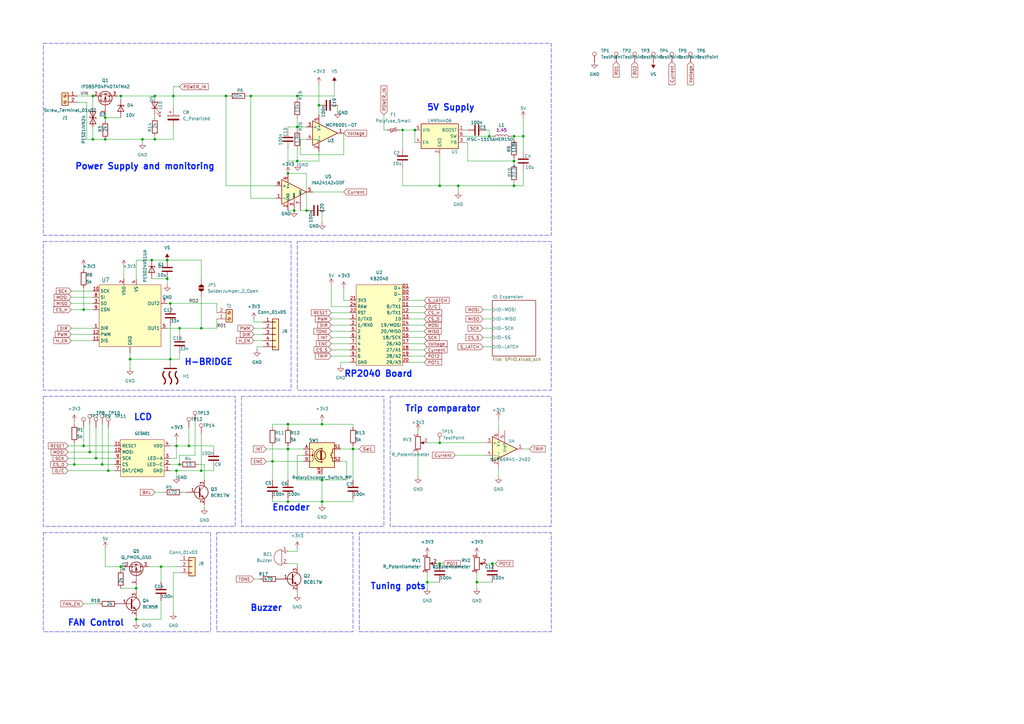
<source format=kicad_sch>
(kicad_sch (version 20250114) (generator "eeschema") (generator_version "9.0")
  (paper "A3")
  (title_block (title "H-PULSE Train Controller") (date "2024-12-29") (rev "G4") (company "Foxhood Designs"))
  (rectangle (start 99.06 162.56) (end 157.48 215.9) (stroke (width 0) (type dash)))
  (rectangle (start 88.9 218.44) (end 144.78 259.08) (stroke (width 0) (type dash)))
  (rectangle (start 17.78 162.56) (end 96.52 215.9) (stroke (width 0) (type dash)))
  (rectangle (start 160.02 162.56) (end 226.06 215.9) (stroke (width 0) (type dash)))
  (rectangle (start 147.32 218.44) (end 226.06 259.08) (stroke (width 0) (type dash)))
  (rectangle (start 17.78 218.44) (end 86.36 259.08) (stroke (width 0) (type dash)))
  (rectangle (start 17.78 17.78) (end 226.06 96.52) (stroke (width 0) (type dash)))
  (rectangle (start 121.92 99.06) (end 226.06 160.02) (stroke (width 0) (type dash)))
  (rectangle (start 17.78 99.06) (end 119.38 160.02) (stroke (width 0) (type dash)))
  (text "H-BRIDGE" (at 85.598 148.59 0) (effects (font (size 2.54 2.54) (thickness 0.508) (bold yes))))
  (text "Tuning pots" (at 163.322 240.538 0) (effects (font (size 2.54 2.54) (thickness 0.508) (bold yes))))
  (text "LCD" (at 58.674 171.196 0) (effects (font (size 2.54 2.54) (thickness 0.508) (bold yes))))
  (text "Buzzer" (at 109.22 249.428 0) (effects (font (size 2.54 2.54) (thickness 0.508) (bold yes))))
  (text "RP2040 Board" (at 155.194 153.416 0) (effects (font (size 2.54 2.54) (thickness 0.508) (bold yes))))
  (text "5V Supply" (at 184.912 44.196 0) (effects (font (size 2.54 2.54) (thickness 0.508) (bold yes))))
  (text "FAN Control" (at 39.37 255.524 0) (effects (font (size 2.54 2.54) (thickness 0.508) (bold yes))))
  (text "Power Supply and monitoring" (at 59.436 68.326 0) (effects (font (size 2.54 2.54) (thickness 0.508) (bold yes))))
  (text "Trip comparator" (at 181.61 167.64 0) (effects (font (size 2.54 2.54) (thickness 0.508) (bold yes))))
  (text "Encoder" (at 119.38 208.28 0) (effects (font (size 2.54 2.54) (thickness 0.508) (bold yes))))
  (junction (at 125.73 86.36))
  (junction (at 92.71 39.37))
  (junction (at 132.08 196.85))
  (junction (at 72.39 182.88))
  (junction (at 102.87 39.37))
  (junction (at 55.88 254))
  (junction (at 118.11 71.12))
  (junction (at 66.04 232.41))
  (junction (at 53.34 147.32))
  (junction (at 120.65 86.36))
  (junction (at 170.18 53.34))
  (junction (at 63.5 39.37))
  (junction (at 195.58 238.76))
  (junction (at 36.83 185.42))
  (junction (at 118.11 205.74))
  (junction (at 118.11 173.99))
  (junction (at 34.29 182.88))
  (junction (at 210.82 76.2))
  (junction (at 68.58 106.68))
  (junction (at 175.26 238.76))
  (junction (at 180.34 76.2))
  (junction (at 201.93 231.14))
  (junction (at 118.11 184.15))
  (junction (at 55.88 241.3))
  (junction (at 130.81 43.18))
  (junction (at 132.08 205.74))
  (junction (at 69.85 147.32))
  (junction (at 49.53 232.41))
  (junction (at 58.42 57.15))
  (junction (at 82.55 193.04))
  (junction (at 68.58 114.3))
  (junction (at 210.82 66.04))
  (junction (at 39.37 187.96))
  (junction (at 71.12 39.37))
  (junction (at 43.18 48.26))
  (junction (at 77.47 182.88))
  (junction (at 187.96 76.2))
  (junction (at 63.5 57.15))
  (junction (at 72.39 193.04))
  (junction (at 214.63 55.88))
  (junction (at 121.92 66.04))
  (junction (at 200.66 55.88))
  (junction (at 34.29 127))
  (junction (at 49.53 39.37))
  (junction (at 82.55 134.62))
  (junction (at 69.85 124.46))
  (junction (at 30.48 190.5))
  (junction (at 38.1 57.15))
  (junction (at 62.23 106.68))
  (junction (at 132.08 173.99))
  (junction (at 180.34 231.14))
  (junction (at 165.1 53.34))
  (junction (at 73.66 134.62))
  (junction (at 73.66 190.5))
  (junction (at 121.92 39.37))
  (junction (at 41.91 190.5))
  (junction (at 121.92 52.07))
  (junction (at 144.78 184.15))
  (junction (at 210.82 55.88))
  (junction (at 180.34 181.61))
  (junction (at 111.76 189.23))
  (junction (at 38.1 39.37))
  (junction (at 43.18 57.15))
  (junction (at 44.45 193.04))
  (wire (pts (xy 43.18 224.79) (xy 43.18 232.41)))
  (wire (pts (xy 55.88 106.68) (xy 55.88 114.3)))
  (wire (pts (xy 118.11 231.14) (xy 121.92 231.14)))
  (wire (pts (xy 167.64 128.27) (xy 173.99 128.27)))
  (wire (pts (xy 66.04 246.38) (xy 66.04 254)))
  (wire (pts (xy 198.12 134.62) (xy 201.93 134.62)))
  (wire (pts (xy 49.53 40.64) (xy 49.53 39.37)))
  (wire (pts (xy 63.5 48.26) (xy 63.5 46.99)))
  (wire (pts (xy 105.41 142.24) (xy 107.95 142.24)))
  (wire (pts (xy 82.55 134.62) (xy 88.9 134.62)))
  (wire (pts (xy 92.71 76.2) (xy 113.03 76.2)))
  (wire (pts (xy 63.5 55.88) (xy 63.5 57.15)))
  (wire (pts (xy 121.92 67.31) (xy 121.92 66.04)))
  (wire (pts (xy 142.24 189.23) (xy 142.24 196.85)))
  (wire (pts (xy 82.55 177.8) (xy 82.55 193.04)))
  (wire (pts (xy 135.89 146.05) (xy 143.51 146.05)))
  (wire (pts (xy 43.18 46.99) (xy 43.18 48.26)))
  (wire (pts (xy 63.5 57.15) (xy 58.42 57.15)))
  (wire (pts (xy 66.04 232.41) (xy 73.66 232.41)))
  (wire (pts (xy 77.47 182.88) (xy 87.63 182.88)))
  (wire (pts (xy 135.89 140.97) (xy 143.51 140.97)))
  (wire (pts (xy 132.08 91.44) (xy 132.08 86.36)))
  (wire (pts (xy 41.91 190.5) (xy 46.99 190.5)))
  (wire (pts (xy 167.64 143.51) (xy 173.99 143.51)))
  (wire (pts (xy 140.97 118.11) (xy 140.97 123.19)))
  (wire (pts (xy 191.77 66.04) (xy 210.82 66.04)))
  (wire (pts (xy 55.88 106.68) (xy 62.23 106.68)))
  (wire (pts (xy 118.11 52.07) (xy 121.92 52.07)))
  (wire (pts (xy 200.66 55.88) (xy 201.93 55.88)))
  (wire (pts (xy 135.89 143.51) (xy 143.51 143.51)))
  (wire (pts (xy 88.9 124.46) (xy 88.9 128.27)))
  (wire (pts (xy 49.53 232.41) (xy 50.8 232.41)))
  (wire (pts (xy 167.64 123.19) (xy 173.99 123.19)))
  (wire (pts (xy 210.82 64.77) (xy 210.82 66.04)))
  (wire (pts (xy 195.58 238.76) (xy 201.93 238.76)))
  (wire (pts (xy 102.87 81.28) (xy 113.03 81.28)))
  (wire (pts (xy 165.1 68.58) (xy 165.1 76.2)))
  (wire (pts (xy 210.82 55.88) (xy 210.82 57.15)))
  (wire (pts (xy 140.97 63.5) (xy 140.97 54.61)))
  (wire (pts (xy 135.89 130.81) (xy 143.51 130.81)))
  (wire (pts (xy 87.63 191.77) (xy 87.63 193.04)))
  (wire (pts (xy 35.56 57.15) (xy 38.1 57.15)))
  (wire (pts (xy 71.12 35.56) (xy 71.12 39.37)))
  (wire (pts (xy 135.89 128.27) (xy 143.51 128.27)))
  (wire (pts (xy 132.08 207.01) (xy 132.08 205.74)))
  (wire (pts (xy 109.22 189.23) (xy 111.76 189.23)))
  (wire (pts (xy 111.76 189.23) (xy 124.46 189.23)))
  (wire (pts (xy 71.12 39.37) (xy 71.12 44.45)))
  (wire (pts (xy 71.12 39.37) (xy 92.71 39.37)))
  (wire (pts (xy 82.55 106.68) (xy 68.58 106.68)))
  (wire (pts (xy 92.71 39.37) (xy 93.98 39.37)))
  (wire (pts (xy 187.96 76.2) (xy 187.96 78.74)))
  (wire (pts (xy 55.88 240.03) (xy 55.88 241.3)))
  (wire (pts (xy 118.11 184.15) (xy 118.11 196.85)))
  (wire (pts (xy 38.1 57.15) (xy 43.18 57.15)))
  (wire (pts (xy 132.08 196.85) (xy 121.92 196.85)))
  (wire (pts (xy 29.21 137.16) (xy 38.1 137.16)))
  (wire (pts (xy 121.92 39.37) (xy 137.16 39.37)))
  (wire (pts (xy 144.78 182.88) (xy 144.78 184.15)))
  (wire (pts (xy 77.47 175.26) (xy 77.47 182.88)))
  (wire (pts (xy 53.34 147.32) (xy 69.85 147.32)))
  (wire (pts (xy 73.66 147.32) (xy 73.66 144.78)))
  (wire (pts (xy 69.85 182.88) (xy 72.39 182.88)))
  (wire (pts (xy 180.34 231.14) (xy 179.07 231.14)))
  (wire (pts (xy 190.5 58.42) (xy 191.77 58.42)))
  (wire (pts (xy 118.11 182.88) (xy 118.11 184.15)))
  (wire (pts (xy 123.19 63.5) (xy 140.97 63.5)))
  (wire (pts (xy 144.78 204.47) (xy 144.78 205.74)))
  (wire (pts (xy 104.14 237.49) (xy 106.68 237.49)))
  (wire (pts (xy 29.21 127) (xy 34.29 127)))
  (wire (pts (xy 69.85 133.35) (xy 69.85 147.32)))
  (wire (pts (xy 200.66 53.34) (xy 200.66 55.88)))
  (wire (pts (xy 204.47 191.77) (xy 204.47 195.58)))
  (wire (pts (xy 27.94 190.5) (xy 30.48 190.5)))
  (wire (pts (xy 171.45 176.53) (xy 171.45 177.8)))
  (wire (pts (xy 121.92 48.26) (xy 121.92 52.07)))
  (wire (pts (xy 137.16 34.29) (xy 137.16 39.37)))
  (wire (pts (xy 121.92 66.04) (xy 118.11 66.04)))
  (wire (pts (xy 167.64 138.43) (xy 173.99 138.43)))
  (wire (pts (xy 81.28 190.5) (xy 83.82 190.5)))
  (wire (pts (xy 214.63 48.26) (xy 214.63 55.88)))
  (wire (pts (xy 142.24 196.85) (xy 132.08 196.85)))
  (wire (pts (xy 102.87 39.37) (xy 101.6 39.37)))
  (wire (pts (xy 35.56 41.91) (xy 35.56 57.15)))
  (wire (pts (xy 123.19 57.15) (xy 123.19 63.5)))
  (wire (pts (xy 198.12 130.81) (xy 201.93 130.81)))
  (wire (pts (xy 63.5 201.93) (xy 67.31 201.93)))
  (wire (pts (xy 44.45 175.26) (xy 44.45 193.04)))
  (wire (pts (xy 118.11 71.12) (xy 125.73 71.12)))
  (wire (pts (xy 167.64 130.81) (xy 173.99 130.81)))
  (wire (pts (xy 132.08 194.31) (xy 132.08 196.85)))
  (wire (pts (xy 214.63 184.15) (xy 217.17 184.15)))
  (wire (pts (xy 29.21 139.7) (xy 38.1 139.7)))
  (wire (pts (xy 102.87 39.37) (xy 121.92 39.37)))
  (wire (pts (xy 144.78 184.15) (xy 144.78 196.85)))
  (wire (pts (xy 68.58 134.62) (xy 73.66 134.62)))
  (wire (pts (xy 43.18 48.26) (xy 43.18 49.53)))
  (wire (pts (xy 204.47 171.45) (xy 204.47 176.53)))
  (wire (pts (xy 135.89 135.89) (xy 143.51 135.89)))
  (wire (pts (xy 69.85 187.96) (xy 72.39 187.96)))
  (wire (pts (xy 175.26 234.95) (xy 175.26 238.76)))
  (wire (pts (xy 118.11 173.99) (xy 111.76 173.99)))
  (wire (pts (xy 31.75 39.37) (xy 38.1 39.37)))
  (wire (pts (xy 87.63 184.15) (xy 87.63 182.88)))
  (wire (pts (xy 191.77 58.42) (xy 191.77 66.04)))
  (wire (pts (xy 30.48 190.5) (xy 41.91 190.5)))
  (wire (pts (xy 198.12 127) (xy 201.93 127)))
  (wire (pts (xy 139.7 189.23) (xy 142.24 189.23)))
  (wire (pts (xy 104.14 139.7) (xy 107.95 139.7)))
  (wire (pts (xy 88.9 130.81) (xy 88.9 134.62)))
  (wire (pts (xy 201.93 231.14) (xy 199.39 231.14)))
  (wire (pts (xy 72.39 187.96) (xy 72.39 182.88)))
  (wire (pts (xy 214.63 55.88) (xy 214.63 62.23)))
  (wire (pts (xy 73.66 35.56) (xy 71.12 35.56)))
  (wire (pts (xy 41.91 173.99) (xy 41.91 190.5)))
  (wire (pts (xy 167.64 125.73) (xy 173.99 125.73)))
  (wire (pts (xy 209.55 55.88) (xy 210.82 55.88)))
  (wire (pts (xy 71.12 234.95) (xy 71.12 251.46)))
  (wire (pts (xy 130.81 66.04) (xy 121.92 66.04)))
  (wire (pts (xy 133.35 86.36) (xy 132.08 86.36)))
  (wire (pts (xy 171.45 185.42) (xy 171.45 195.58)))
  (wire (pts (xy 123.19 86.36) (xy 125.73 86.36)))
  (wire (pts (xy 39.37 187.96) (xy 46.99 187.96)))
  (wire (pts (xy 190.5 53.34) (xy 191.77 53.34)))
  (wire (pts (xy 72.39 195.58) (xy 72.39 193.04)))
  (wire (pts (xy 139.7 184.15) (xy 144.78 184.15)))
  (wire (pts (xy 175.26 241.3) (xy 175.26 238.76)))
  (wire (pts (xy 34.29 182.88) (xy 46.99 182.88)))
  (wire (pts (xy 53.34 144.78) (xy 53.34 147.32)))
  (wire (pts (xy 68.58 124.46) (xy 69.85 124.46)))
  (wire (pts (xy 29.21 134.62) (xy 38.1 134.62)))
  (wire (pts (xy 72.39 182.88) (xy 72.39 180.34)))
  (wire (pts (xy 214.63 69.85) (xy 214.63 76.2)))
  (wire (pts (xy 30.48 181.61) (xy 30.48 190.5)))
  (wire (pts (xy 82.55 121.92) (xy 82.55 134.62)))
  (wire (pts (xy 49.53 241.3) (xy 55.88 241.3)))
  (wire (pts (xy 62.23 114.3) (xy 68.58 114.3)))
  (wire (pts (xy 167.64 133.35) (xy 173.99 133.35)))
  (wire (pts (xy 118.11 226.06) (xy 121.92 226.06)))
  (wire (pts (xy 163.83 53.34) (xy 165.1 53.34)))
  (wire (pts (xy 69.85 148.59) (xy 69.85 147.32)))
  (wire (pts (xy 72.39 193.04) (xy 69.85 193.04)))
  (wire (pts (xy 60.96 232.41) (xy 66.04 232.41)))
  (wire (pts (xy 104.14 137.16) (xy 107.95 137.16)))
  (wire (pts (xy 135.89 133.35) (xy 143.51 133.35)))
  (wire (pts (xy 187.96 76.2) (xy 210.82 76.2)))
  (wire (pts (xy 49.53 39.37) (xy 63.5 39.37)))
  (wire (pts (xy 132.08 173.99) (xy 118.11 173.99)))
  (wire (pts (xy 27.94 185.42) (xy 36.83 185.42)))
  (wire (pts (xy 198.12 142.24) (xy 201.93 142.24)))
  (wire (pts (xy 170.18 53.34) (xy 170.18 58.42)))
  (wire (pts (xy 68.58 114.3) (xy 68.58 116.84)))
  (wire (pts (xy 111.76 189.23) (xy 111.76 196.85)))
  (wire (pts (xy 104.14 130.81) (xy 104.14 132.08)))
  (wire (pts (xy 121.92 243.84) (xy 121.92 242.57)))
  (wire (pts (xy 144.78 173.99) (xy 132.08 173.99)))
  (wire (pts (xy 73.66 137.16) (xy 73.66 134.62)))
  (wire (pts (xy 30.48 172.72) (xy 30.48 173.99)))
  (wire (pts (xy 34.29 109.22) (xy 34.29 110.49)))
  (wire (pts (xy 121.92 224.79) (xy 121.92 226.06)))
  (wire (pts (xy 66.04 232.41) (xy 66.04 238.76)))
  (wire (pts (xy 121.92 186.69) (xy 121.92 196.85)))
  (wire (pts (xy 66.04 254) (xy 55.88 254)))
  (wire (pts (xy 39.37 175.26) (xy 39.37 187.96)))
  (wire (pts (xy 43.18 57.15) (xy 58.42 57.15)))
  (wire (pts (xy 190.5 55.88) (xy 200.66 55.88)))
  (wire (pts (xy 55.88 252.73) (xy 55.88 254)))
  (wire (pts (xy 132.08 196.85) (xy 132.08 205.74)))
  (wire (pts (xy 130.81 43.18) (xy 130.81 46.99)))
  (wire (pts (xy 63.5 39.37) (xy 71.12 39.37)))
  (wire (pts (xy 73.66 134.62) (xy 82.55 134.62)))
  (wire (pts (xy 118.11 205.74) (xy 118.11 204.47)))
  (wire (pts (xy 118.11 205.74) (xy 111.76 205.74)))
  (wire (pts (xy 69.85 190.5) (xy 73.66 190.5)))
  (wire (pts (xy 29.21 121.92) (xy 38.1 121.92)))
  (wire (pts (xy 157.48 53.34) (xy 158.75 53.34)))
  (wire (pts (xy 109.22 184.15) (xy 118.11 184.15)))
  (wire (pts (xy 175.26 238.76) (xy 180.34 238.76)))
  (wire (pts (xy 105.41 143.51) (xy 105.41 142.24)))
  (wire (pts (xy 210.82 55.88) (xy 214.63 55.88)))
  (wire (pts (xy 181.61 231.14) (xy 180.34 231.14)))
  (wire (pts (xy 111.76 173.99) (xy 111.76 175.26)))
  (wire (pts (xy 34.29 247.65) (xy 40.64 247.65)))
  (wire (pts (xy 73.66 186.69) (xy 73.66 190.5)))
  (wire (pts (xy 104.14 134.62) (xy 107.95 134.62)))
  (wire (pts (xy 186.69 186.69) (xy 199.39 186.69)))
  (wire (pts (xy 180.34 76.2) (xy 187.96 76.2)))
  (wire (pts (xy 180.34 63.5) (xy 180.34 76.2)))
  (wire (pts (xy 72.39 182.88) (xy 77.47 182.88)))
  (wire (pts (xy 167.64 135.89) (xy 173.99 135.89)))
  (wire (pts (xy 210.82 76.2) (xy 214.63 76.2)))
  (wire (pts (xy 58.42 57.15) (xy 58.42 58.42)))
  (wire (pts (xy 195.58 238.76) (xy 195.58 234.95)))
  (wire (pts (xy 83.82 190.5) (xy 83.82 196.85)))
  (wire (pts (xy 157.48 46.99) (xy 157.48 53.34)))
  (wire (pts (xy 198.12 138.43) (xy 201.93 138.43)))
  (wire (pts (xy 139.7 148.59) (xy 139.7 149.86)))
  (wire (pts (xy 143.51 125.73) (xy 135.89 125.73)))
  (wire (pts (xy 29.21 119.38) (xy 38.1 119.38)))
  (wire (pts (xy 55.88 241.3) (xy 55.88 242.57)))
  (wire (pts (xy 83.82 208.28) (xy 83.82 207.01)))
  (wire (pts (xy 31.75 41.91) (xy 35.56 41.91)))
  (wire (pts (xy 80.01 172.72) (xy 80.01 186.69)))
  (wire (pts (xy 118.11 184.15) (xy 124.46 184.15)))
  (wire (pts (xy 73.66 234.95) (xy 71.12 234.95)))
  (wire (pts (xy 71.12 52.07) (xy 71.12 57.15)))
  (wire (pts (xy 125.73 86.36) (xy 125.73 71.12)))
  (wire (pts (xy 104.14 132.08) (xy 107.95 132.08)))
  (wire (pts (xy 173.99 146.05) (xy 167.64 146.05)))
  (wire (pts (xy 34.29 175.26) (xy 34.29 182.88)))
  (wire (pts (xy 72.39 193.04) (xy 82.55 193.04)))
  (wire (pts (xy 180.34 181.61) (xy 199.39 181.61)))
  (wire (pts (xy 43.18 48.26) (xy 49.53 48.26)))
  (wire (pts (xy 132.08 205.74) (xy 118.11 205.74)))
  (wire (pts (xy 38.1 39.37) (xy 38.1 44.45)))
  (wire (pts (xy 121.92 60.96) (xy 121.92 66.04)))
  (wire (pts (xy 53.34 147.32) (xy 53.34 151.13)))
  (wire (pts (xy 48.26 39.37) (xy 49.53 39.37)))
  (wire (pts (xy 38.1 52.07) (xy 38.1 57.15)))
  (wire (pts (xy 118.11 53.34) (xy 118.11 52.07)))
  (wire (pts (xy 63.5 57.15) (xy 71.12 57.15)))
  (wire (pts (xy 82.55 193.04) (xy 87.63 193.04)))
  (wire (pts (xy 135.89 138.43) (xy 143.51 138.43)))
  (wire (pts (xy 43.18 232.41) (xy 49.53 232.41)))
  (wire (pts (xy 118.11 60.96) (xy 118.11 66.04)))
  (wire (pts (xy 144.78 175.26) (xy 144.78 173.99)))
  (wire (pts (xy 50.8 109.22) (xy 50.8 114.3)))
  (wire (pts (xy 44.45 193.04) (xy 46.99 193.04)))
  (wire (pts (xy 121.92 52.07) (xy 121.92 53.34)))
  (wire (pts (xy 69.85 147.32) (xy 73.66 147.32)))
  (wire (pts (xy 125.73 52.07) (xy 121.92 52.07)))
  (wire (pts (xy 199.39 53.34) (xy 200.66 53.34)))
  (wire (pts (xy 203.2 231.14) (xy 201.93 231.14)))
  (wire (pts (xy 210.82 66.04) (xy 210.82 67.31)))
  (wire (pts (xy 165.1 53.34) (xy 170.18 53.34)))
  (wire (pts (xy 62.23 106.68) (xy 68.58 106.68)))
  (wire (pts (xy 34.29 127) (xy 38.1 127)))
  (wire (pts (xy 139.7 148.59) (xy 143.51 148.59)))
  (wire (pts (xy 27.94 187.96) (xy 39.37 187.96)))
  (wire (pts (xy 167.64 140.97) (xy 173.99 140.97)))
  (wire (pts (xy 92.71 76.2) (xy 92.71 39.37)))
  (wire (pts (xy 210.82 76.2) (xy 210.82 74.93)))
  (wire (pts (xy 36.83 185.42) (xy 46.99 185.42)))
  (wire (pts (xy 121.92 231.14) (xy 121.92 232.41)))
  (wire (pts (xy 173.99 148.59) (xy 167.64 148.59)))
  (wire (pts (xy 34.29 118.11) (xy 34.29 127)))
  (wire (pts (xy 27.94 182.88) (xy 34.29 182.88)))
  (wire (pts (xy 138.43 45.72) (xy 138.43 43.18)))
  (wire (pts (xy 69.85 125.73) (xy 69.85 124.46)))
  (wire (pts (xy 130.81 34.29) (xy 130.81 43.18)))
  (wire (pts (xy 102.87 39.37) (xy 102.87 81.28)))
  (wire (pts (xy 175.26 181.61) (xy 180.34 181.61)))
  (wire (pts (xy 124.46 186.69) (xy 121.92 186.69)))
  (wire (pts (xy 74.93 201.93) (xy 76.2 201.93)))
  (wire (pts (xy 36.83 173.99) (xy 36.83 185.42)))
  (wire (pts (xy 130.81 62.23) (xy 130.81 66.04)))
  (wire (pts (xy 165.1 76.2) (xy 180.34 76.2)))
  (wire (pts (xy 55.88 255.27) (xy 55.88 254)))
  (wire (pts (xy 140.97 78.74) (xy 128.27 78.74)))
  (wire (pts (xy 82.55 114.3) (xy 82.55 106.68)))
  (wire (pts (xy 118.11 86.36) (xy 120.65 86.36)))
  (wire (pts (xy 140.97 123.19) (xy 143.51 123.19)))
  (wire (pts (xy 165.1 53.34) (xy 165.1 60.96)))
  (wire (pts (xy 49.53 232.41) (xy 49.53 233.68)))
  (wire (pts (xy 144.78 184.15) (xy 147.32 184.15)))
  (wire (pts (xy 132.08 172.72) (xy 132.08 173.99)))
  (wire (pts (xy 125.73 57.15) (xy 123.19 57.15)))
  (wire (pts (xy 135.89 116.84) (xy 135.89 125.73)))
  (wire (pts (xy 132.08 205.74) (xy 144.78 205.74)))
  (wire (pts (xy 111.76 182.88) (xy 111.76 189.23)))
  (wire (pts (xy 118.11 173.99) (xy 118.11 175.26)))
  (wire (pts (xy 69.85 124.46) (xy 88.9 124.46)))
  (wire (pts (xy 111.76 205.74) (xy 111.76 204.47)))
  (wire (pts (xy 121.92 40.64) (xy 121.92 39.37)))
  (wire (pts (xy 29.21 124.46) (xy 38.1 124.46)))
  (wire (pts (xy 195.58 241.3) (xy 195.58 238.76)))
  (wire (pts (xy 80.01 186.69) (xy 73.66 186.69)))
  (wire (pts (xy 27.94 193.04) (xy 44.45 193.04)))
  (label "RO1" (at 88.9 134.62 0))
  (label "VIN" (at 33.02 39.37 0))
  (label "RO2" (at 77.47 124.46 0))
  (global_label "TRIP" (shape input) (at 217.17 184.15 0) (property "Intersheetrefs" "${INTERSHEET_REFS}" (effects (hide yes))))
  (global_label "SCK" (shape input) (at 173.99 138.43 0) (property "Intersheetrefs" "${INTERSHEET_REFS}" (effects (hide yes))))
  (global_label "Current" (shape input) (at 275.59 25.4 270) (property "Intersheetrefs" "${INTERSHEET_REFS}" (effects (hide yes))))
  (global_label "SW1" (shape input) (at 147.32 184.15 0) (property "Intersheetrefs" "${INTERSHEET_REFS}" (effects (hide yes))))
  (global_label "BKL" (shape input) (at 63.5 201.93 180) (property "Intersheetrefs" "${INTERSHEET_REFS}" (effects (hide yes))))
  (global_label "TONE" (shape input) (at 104.14 237.49 180) (property "Intersheetrefs" "${INTERSHEET_REFS}" (effects (hide yes))))
  (global_label "Voltage" (shape input) (at 140.97 54.61 0) (property "Intersheetrefs" "${INTERSHEET_REFS}" (effects (hide yes))))
  (global_label "MOSI" (shape input) (at 173.99 133.35 0) (property "Intersheetrefs" "${INTERSHEET_REFS}" (effects (hide yes))))
  (global_label "MOSI" (shape input) (at 27.94 185.42 180) (property "Intersheetrefs" "${INTERSHEET_REFS}" (effects (hide yes))))
  (global_label "RESET" (shape input) (at 27.94 182.88 180) (property "Intersheetrefs" "${INTERSHEET_REFS}" (effects (hide yes))))
  (global_label "MOSI" (shape input) (at 29.21 121.92 180) (property "Intersheetrefs" "${INTERSHEET_REFS}" (effects (hide yes))))
  (global_label "ENC" (shape input) (at 135.89 140.97 180) (property "Intersheetrefs" "${INTERSHEET_REFS}" (effects (hide yes))))
  (global_label "D{slash}C" (shape input) (at 27.94 193.04 180) (property "Intersheetrefs" "${INTERSHEET_REFS}" (effects (hide yes))))
  (global_label "CS_D" (shape input) (at 173.99 130.81 0) (property "Intersheetrefs" "${INTERSHEET_REFS}" (effects (hide yes))))
  (global_label "RO1" (shape input) (at 252.73 25.4 270) (property "Intersheetrefs" "${INTERSHEET_REFS}" (effects (hide yes))))
  (global_label "CS_H" (shape input) (at 29.21 127 180) (property "Intersheetrefs" "${INTERSHEET_REFS}" (effects (hide yes))))
  (global_label "POT1" (shape input) (at 181.61 231.14 0) (property "Intersheetrefs" "${INTERSHEET_REFS}" (effects (hide yes))))
  (global_label "DIR" (shape input) (at 135.89 133.35 180) (property "Intersheetrefs" "${INTERSHEET_REFS}" (effects (hide yes))))
  (global_label "PWM" (shape input) (at 29.21 137.16 180) (property "Intersheetrefs" "${INTERSHEET_REFS}" (effects (hide yes))))
  (global_label "ENC" (shape input) (at 109.22 189.23 180) (property "Intersheetrefs" "${INTERSHEET_REFS}" (effects (hide yes))))
  (global_label "RO2" (shape input) (at 260.35 25.4 270) (property "Intersheetrefs" "${INTERSHEET_REFS}" (effects (hide yes))))
  (global_label "CS_S" (shape input) (at 135.89 143.51 180) (property "Intersheetrefs" "${INTERSHEET_REFS}" (effects (hide yes))))
  (global_label "Current" (shape input) (at 140.97 78.74 0) (property "Intersheetrefs" "${INTERSHEET_REFS}" (effects (hide yes))))
  (global_label "INT" (shape input) (at 135.89 138.43 180) (property "Intersheetrefs" "${INTERSHEET_REFS}" (effects (hide yes))))
  (global_label "MISO" (shape input) (at 29.21 124.46 180) (property "Intersheetrefs" "${INTERSHEET_REFS}" (effects (hide yes))))
  (global_label "H_EN" (shape input) (at 29.21 139.7 180) (property "Intersheetrefs" "${INTERSHEET_REFS}" (effects (hide yes))))
  (global_label "PWM" (shape input) (at 135.89 130.81 180) (property "Intersheetrefs" "${INTERSHEET_REFS}" (effects (hide yes))))
  (global_label "MOSI" (shape input) (at 198.12 127 180) (property "Intersheetrefs" "${INTERSHEET_REFS}" (effects (hide yes))))
  (global_label "S_LATCH" (shape input) (at 198.12 142.24 180) (property "Intersheetrefs" "${INTERSHEET_REFS}" (effects (hide yes))))
  (global_label "Voltage" (shape input) (at 173.99 140.97 0) (property "Intersheetrefs" "${INTERSHEET_REFS}" (effects (hide yes))))
  (global_label "D{slash}C" (shape input) (at 173.99 125.73 0) (property "Intersheetrefs" "${INTERSHEET_REFS}" (effects (hide yes))))
  (global_label "DIR" (shape input) (at 29.21 134.62 180) (property "Intersheetrefs" "${INTERSHEET_REFS}" (effects (hide yes))))
  (global_label "DIR" (shape input) (at 104.14 137.16 180) (property "Intersheetrefs" "${INTERSHEET_REFS}" (effects (hide yes))))
  (global_label "TRIP" (shape input) (at 135.89 146.05 180) (property "Intersheetrefs" "${INTERSHEET_REFS}" (effects (hide yes))))
  (global_label "CS_D" (shape input) (at 27.94 190.5 180) (property "Intersheetrefs" "${INTERSHEET_REFS}" (effects (hide yes))))
  (global_label "Current" (shape input) (at 186.69 186.69 180) (property "Intersheetrefs" "${INTERSHEET_REFS}" (effects (hide yes))))
  (global_label "CS_S" (shape input) (at 198.12 138.43 180) (property "Intersheetrefs" "${INTERSHEET_REFS}" (effects (hide yes))))
  (global_label "POT1" (shape input) (at 173.99 148.59 0) (property "Intersheetrefs" "${INTERSHEET_REFS}" (effects (hide yes))))
  (global_label "RESET" (shape input) (at 135.89 128.27 180) (property "Intersheetrefs" "${INTERSHEET_REFS}" (effects (hide yes))))
  (global_label "Current" (shape input) (at 173.99 143.51 0) (property "Intersheetrefs" "${INTERSHEET_REFS}" (effects (hide yes))))
  (global_label "MISO" (shape input) (at 173.99 135.89 0) (property "Intersheetrefs" "${INTERSHEET_REFS}" (effects (hide yes))))
  (global_label "POT2" (shape input) (at 203.2 231.14 0) (property "Intersheetrefs" "${INTERSHEET_REFS}" (effects (hide yes))))
  (global_label "POWER_IN" (shape input) (at 73.66 35.56 0) (property "Intersheetrefs" "${INTERSHEET_REFS}" (effects (hide yes))))
  (global_label "S_LATCH" (shape input) (at 173.99 123.19 0) (property "Intersheetrefs" "${INTERSHEET_REFS}" (effects (hide yes))))
  (global_label "H_EN" (shape input) (at 104.14 139.7 180) (property "Intersheetrefs" "${INTERSHEET_REFS}" (effects (hide yes))))
  (global_label "POT2" (shape input) (at 173.99 146.05 0) (property "Intersheetrefs" "${INTERSHEET_REFS}" (effects (hide yes))))
  (global_label "PWM" (shape input) (at 104.14 134.62 180) (property "Intersheetrefs" "${INTERSHEET_REFS}" (effects (hide yes))))
  (global_label "SCK" (shape input) (at 198.12 134.62 180) (property "Intersheetrefs" "${INTERSHEET_REFS}" (effects (hide yes))))
  (global_label "SCK" (shape input) (at 27.94 187.96 180) (property "Intersheetrefs" "${INTERSHEET_REFS}" (effects (hide yes))))
  (global_label "INT" (shape input) (at 109.22 184.15 180) (property "Intersheetrefs" "${INTERSHEET_REFS}" (effects (hide yes))))
  (global_label "FAN_EN" (shape input) (at 34.29 247.65 180) (property "Intersheetrefs" "${INTERSHEET_REFS}" (effects (hide yes))))
  (global_label "SCK" (shape input) (at 29.21 119.38 180) (property "Intersheetrefs" "${INTERSHEET_REFS}" (effects (hide yes))))
  (global_label "CS_H" (shape input) (at 173.99 128.27 0) (property "Intersheetrefs" "${INTERSHEET_REFS}" (effects (hide yes))))
  (global_label "POWER_IN" (shape input) (at 157.48 46.99 90) (property "Intersheetrefs" "${INTERSHEET_REFS}" (effects (hide yes))))
  (global_label "Voltage" (shape input) (at 283.21 25.4 270) (property "Intersheetrefs" "${INTERSHEET_REFS}" (effects (hide yes))))
  (global_label "MISO" (shape input) (at 198.12 130.81 180) (property "Intersheetrefs" "${INTERSHEET_REFS}" (effects (hide yes))))
  (global_label "TONE" (shape input) (at 135.89 135.89 180) (property "Intersheetrefs" "${INTERSHEET_REFS}" (effects (hide yes))))
  (symbol (lib_id "power:GND") (at 120.65 86.36 0) (unit 1)
    (property "Reference" "#PWR07" (effects (hide yes)))
    (property "Value" "GND" (at 117.348 87.63 0))
    (property "Description" "Power symbol creates a global label with name \"GND\" , ground" (effects (hide yes)))
  )
  (symbol (lib_id "Transistor_BJT:BC817W") (at 119.38 237.49 0) (unit 1)
    (property "Reference" "Q2" (at 124.46 236.2199 0) (effects (justify left)))
    (property "Value" "BC817W" (at 124.46 238.7599 0) (effects (justify left)))
    (property "Footprint" "Package_TO_SOT_SMD:SOT-323_SC-70" (effects (hide yes)))
    (property "Datasheet" "https://www.onsemi.com/pub/Collateral/BC818-D.pdf" (effects (hide yes)))
    (property "Description" "0.8A Ic, 45V Vce, NPN Transistor, SOT-323" (effects (hide yes)))
  )
  (symbol (lib_id "Device:R_Potentiometer") (at 195.58 231.14 0) (unit 1)
    (property "Reference" "RV2" (at 193.04 229.8699 0) (effects (justify right)))
    (property "Value" "R_Potentiometer" (at 193.04 232.4099 0) (effects (justify right)))
    (property "Footprint" "Potentiometer_THT:Potentiometer_Vishay_T73YP_Vertical" (effects (hide yes)))
    (property "Description" "Potentiometer" (effects (hide yes)))
  )
  (symbol (lib_id "power:+3V3") (at 72.39 180.34 0) (unit 1)
    (property "Reference" "#PWR032" (effects (hide yes)))
    (property "Value" "+3V3" (at 72.39 175.26 0))
    (property "Description" "Power symbol creates a global label with name \"+3V3\"" (effects (hide yes)))
  )
  (symbol (lib_id "Transistor_BJT:BC817W") (at 81.28 201.93 0) (unit 1)
    (property "Reference" "Q3" (at 86.36 200.6599 0) (effects (justify left)))
    (property "Value" "BC817W" (at 86.36 203.1999 0) (effects (justify left)))
    (property "Footprint" "Package_TO_SOT_SMD:SOT-323_SC-70" (effects (hide yes)))
    (property "Datasheet" "https://www.onsemi.com/pub/Collateral/BC818-D.pdf" (effects (hide yes)))
    (property "Description" "0.8A Ic, 45V Vce, NPN Transistor, SOT-323" (effects (hide yes)))
  )
  (symbol (lib_id "SparkFun-Capacitor:C") (at 118.11 200.66 0) (unit 1)
    (property "Reference" "C6" (at 115.316 198.374 0) (effects (justify left)))
    (property "Value" "100n" (at 118.11 202.692 0) (effects (justify left)))
    (property "Footprint" "Capacitor_SMD:C_0805_2012Metric_Pad1.18x1.45mm_HandSolder" (effects (hide yes)))
    (property "Datasheet" "https://cdn.sparkfun.com/assets/8/a/4/a/5/Kemet_Capacitor_Datasheet.pdf" (effects (hide yes)))
    (property "Description" "Unpolarized capacitor" (effects (hide yes)))
    (property "PROD_ID" "CAP-00000" (effects (hide yes)))
    (property "Voltage" "1kV" (effects (hide yes)))
    (property "Tolerance" "100%" (effects (hide yes)))
  )
  (symbol (lib_id "power:+3V3") (at 118.11 71.12 0) (unit 1)
    (property "Reference" "#PWR012" (effects (hide yes)))
    (property "Value" "+3V3" (at 118.11 67.31 0))
    (property "Description" "Power symbol creates a global label with name \"+3V3\"" (effects (hide yes)))
  )
  (symbol (lib_id "Regulator_Switching:LM2842Y") (at 180.34 55.88 0) (unit 1)
    (property "Reference" "U1" (at 186.436 62.23 0))
    (property "Value" "LMR54406" (at 180.34 49.53 0))
    (property "Footprint" "Package_TO_SOT_SMD:TSOT-23-6" (effects (hide yes)))
    (property "Datasheet" "http://www.ti.com/lit/ds/symlink/lm2842-q1.pdf" (effects (hide yes)))
    (property "Description" "600mA 42V Input Step-Down DC-DC Regulator, Adjustable Output Voltage, 1.25MHz, TSOT-23-5" (effects (hide yes)))
  )
  (symbol (lib_id "Device:R") (at 210.82 71.12 0) (unit 1)
    (property "Reference" "R10" (at 209.042 72.644 90) (effects (justify left)))
    (property "Value" "22.1k" (at 210.82 72.898 90) (effects (justify left)))
    (property "Footprint" "Resistor_SMD:R_0805_2012Metric_Pad1.20x1.40mm_HandSolder" (effects (hide yes)))
    (property "Description" "Resistor" (effects (hide yes)))
  )
  (symbol (lib_id "power:+3V3") (at 50.8 109.22 0) (unit 1)
    (property "Reference" "#PWR025" (effects (hide yes)))
    (property "Value" "+3V3" (at 53.086 109.22 0))
    (property "Description" "Power symbol creates a global label with name \"+3V3\"" (effects (hide yes)))
  )
  (symbol (lib_id "SparkFun-Capacitor:C") (at 66.04 242.57 0) (unit 1)
    (property "Reference" "C14" (at 63.246 240.538 0) (effects (justify left)))
    (property "Value" "100n" (at 66.04 244.602 0) (effects (justify left)))
    (property "Footprint" "Capacitor_SMD:C_0805_2012Metric_Pad1.18x1.45mm_HandSolder" (effects (hide yes)))
    (property "Datasheet" "https://cdn.sparkfun.com/assets/8/a/4/a/5/Kemet_Capacitor_Datasheet.pdf" (effects (hide yes)))
    (property "Description" "Unpolarized capacitor" (effects (hide yes)))
    (property "PROD_ID" "CAP-00000" (effects (hide yes)))
    (property "Voltage" "1kV" (effects (hide yes)))
    (property "Tolerance" "100%" (effects (hide yes)))
  )
  (symbol (lib_id "power:GND") (at 139.7 149.86 0) (unit 1)
    (property "Reference" "#PWR09" (effects (hide yes)))
    (property "Value" "GND" (at 139.7 154.94 0))
    (property "Description" "Power symbol creates a global label with name \"GND\" , ground" (effects (hide yes)))
  )
  (symbol (lib_id "power:GND") (at 58.42 58.42 0) (unit 1)
    (property "Reference" "#PWR011" (effects (hide yes)))
    (property "Value" "GND" (at 58.42 63.5 0))
    (property "Description" "Power symbol creates a global label with name \"GND\" , ground" (effects (hide yes)))
  )
  (symbol (lib_id "Device:C") (at 68.58 110.49 0) (unit 1)
    (property "Reference" "C1" (at 64.77 108.458 0) (effects (justify left)))
    (property "Value" "10u" (at 64.516 112.776 0) (effects (justify left)))
    (property "Footprint" "Capacitor_SMD:C_1210_3225Metric_Pad1.33x2.70mm_HandSolder" (effects (hide yes)))
    (property "Description" "Unpolarized capacitor" (effects (hide yes)))
  )
  (symbol (lib_id "Device:R") (at 144.78 179.07 0) (unit 1)
    (property "Reference" "R13" (at 145.796 177.546 0) (effects (justify left)))
    (property "Value" "5k" (at 145.796 180.34 0) (effects (justify left)))
    (property "Footprint" "Resistor_SMD:R_0805_2012Metric_Pad1.20x1.40mm_HandSolder" (effects (hide yes)))
    (property "Description" "Resistor" (effects (hide yes)))
  )
  (symbol (lib_id "Connector:TestPoint") (at 44.45 175.26 0) (unit 1)
    (property "Reference" "TP11" (at 46.99 170.6879 0) (effects (justify left)))
    (property "Value" "TestPoint" (effects (hide yes)))
    (property "Footprint" "TestPoint:TestPoint_Pad_D1.0mm" (effects (hide yes)))
    (property "Description" "test point" (effects (hide yes)))
  )
  (symbol (lib_id "Connector:TestPoint") (at 267.97 25.4 0) (unit 1)
    (property "Reference" "TP4" (at 270.51 20.8279 0) (effects (justify left)))
    (property "Value" "TestPoint" (at 270.51 23.3679 0) (effects (justify left)))
    (property "Footprint" "TestPoint:TestPoint_Pad_2.0x2.0mm" (effects (hide yes)))
    (property "Description" "test point" (effects (hide yes)))
  )
  (symbol (lib_id "Connector:TestPoint") (at 180.34 181.61 0) (unit 1)
    (property "Reference" "TP15" (at 181.102 177.038 0) (effects (justify left)))
    (property "Value" "TestPoint" (at 181.61 179.578 0) (effects (justify left)))
    (property "Footprint" "TestPoint:TestPoint_Pad_D2.0mm" (effects (hide yes)))
    (property "Description" "test point" (effects (hide yes)))
  )
  (symbol (lib_id "FHD-KiCad-Power:DPAK-HS") (at 69.85 151.13 180) (unit 1)
    (property "Reference" "H1" (at 74.93 154.3049 0) (effects (justify right)))
    (property "Footprint" "FHD-KiCad-Power:DPAK-Heatsink" (effects (hide yes)))
    (property "Description" "Pads for DPAK PCB mounted Heatsinks" (effects (hide yes)))
  )
  (symbol (lib_id "Device:R") (at 43.18 53.34 180) (unit 1)
    (property "Reference" "R3" (at 41.148 51.562 90) (effects (justify left)))
    (property "Value" "2k" (at 43.18 51.562 90) (effects (justify left)))
    (property "Footprint" "Resistor_SMD:R_0805_2012Metric_Pad1.20x1.40mm_HandSolder" (effects (hide yes)))
    (property "Description" "Resistor" (effects (hide yes)))
  )
  (symbol (lib_id "Connector:TestPoint") (at 80.01 172.72 0) (unit 1)
    (property "Reference" "TP13" (at 81.026 169.418 0) (effects (justify left)))
    (property "Value" "TestPoint" (effects (hide yes)))
    (property "Footprint" "TestPoint:TestPoint_Pad_D1.0mm" (effects (hide yes)))
    (property "Description" "test point" (effects (hide yes)))
  )
  (symbol (lib_id "power:GND") (at 132.08 207.01 0) (unit 1)
    (property "Reference" "#PWR06" (effects (hide yes)))
    (property "Value" "GND" (at 132.08 212.09 0))
    (property "Description" "Power symbol creates a global label with name \"GND\" , ground" (effects (hide yes)))
  )
  (symbol (lib_id "Amplifier_Operational:MCP6001-OT") (at 133.35 54.61 0) (unit 1)
    (property "Reference" "U3" (at 135.636 57.658 0))
    (property "Value" "MCP6001-OT" (at 139.954 51.308 0))
    (property "Footprint" "Package_TO_SOT_SMD:SOT-23-5" (effects (hide yes)))
    (property "Datasheet" "https://ww1.microchip.com/downloads/en/DeviceDoc/MCP6001-1R-1U-2-4-1-MHz-Low-Power-Op-Amp-DS20001733L.pdf" (effects (hide yes)))
    (property "Description" "1MHz, Low-Power Op Amp, SOT-23-5" (effects (hide yes)))
  )
  (symbol (lib_id "power:GND") (at 195.58 241.3 0) (unit 1)
    (property "Reference" "#PWR030" (effects (hide yes)))
    (property "Value" "GND" (at 195.58 246.38 0))
    (property "Description" "Power symbol creates a global label with name \"GND\" , ground" (effects (hide yes)))
  )
  (symbol (lib_id "power:+3V3") (at 204.47 171.45 0) (unit 1)
    (property "Reference" "#PWR041" (effects (hide yes)))
    (property "Value" "+3V3" (at 204.47 168.148 0))
    (property "Description" "Power symbol creates a global label with name \"+3V3\"" (effects (hide yes)))
  )
  (symbol (lib_id "power:+3V3") (at 30.48 172.72 0) (unit 1)
    (property "Reference" "#PWR052" (effects (hide yes)))
    (property "Value" "+3V3" (at 30.48 167.64 0))
    (property "Description" "Power symbol creates a global label with name \"+3V3\"" (effects (hide yes)))
  )
  (symbol (lib_id "Device:RotaryEncoder_Switch_MP") (at 132.08 186.69 0) (unit 1)
    (property "Reference" "SW1" (at 128.778 180.594 0))
    (property "Value" "RotaryEncoder_Switch_MP" (at 132.08 195.834 0))
    (property "Footprint" "Rotary_Encoder:RotaryEncoder_Bourns_Vertical_PEC12R-3x17F-Sxxxx" (effects (hide yes)))
    (property "Description" "Rotary encoder, dual channel, incremental quadrate outputs, with switch and MP Pin" (effects (hide yes)))
  )
  (symbol (lib_id "power:GND") (at 53.34 151.13 0) (unit 1)
    (property "Reference" "#PWR024" (effects (hide yes)))
    (property "Value" "GND" (at 53.34 156.21 0))
    (property "Description" "Power symbol creates a global label with name \"GND\" , ground" (effects (hide yes)))
  )
  (symbol (lib_id "power:GND") (at 187.96 78.74 0) (unit 1)
    (property "Reference" "#PWR03" (effects (hide yes)))
    (property "Value" "GND" (at 187.96 83.82 0))
    (property "Description" "Power symbol creates a global label with name \"GND\" , ground" (effects (hide yes)))
  )
  (symbol (lib_id "Transistor_BJT:BC848") (at 53.34 247.65 0) (unit 1)
    (property "Reference" "Q4" (at 58.42 246.3799 0) (effects (justify left)))
    (property "Value" "BC858" (at 58.42 248.9199 0) (effects (justify left)))
    (property "Footprint" "Package_TO_SOT_SMD:SOT-323_SC-70_Handsoldering" (effects (hide yes)))
    (property "Datasheet" "http://www.infineon.com/dgdl/Infineon-BC847SERIES_BC848SERIES_BC849SERIES_BC850SERIES-DS-v01_01-en.pdf?fileId=db3a304314dca389011541d4630a1657" (effects (hide yes)))
    (property "Description" "0.1A Ic, 30V Vce, NPN Transistor, SOT-23" (effects (hide yes)))
  )
  (symbol (lib_id "power:+3V3") (at 104.14 130.81 0) (unit 1)
    (property "Reference" "#PWR050" (effects (hide yes)))
    (property "Value" "+3V3" (at 104.14 125.73 0))
    (property "Description" "Power symbol creates a global label with name \"+3V3\"" (effects (hide yes)))
  )
  (symbol (lib_id "power:GND") (at 105.41 143.51 0) (unit 1)
    (property "Reference" "#PWR049" (effects (hide yes)))
    (property "Value" "GND" (at 105.41 148.59 0))
    (property "Description" "Power symbol creates a global label with name \"GND\" , ground" (effects (hide yes)))
  )
  (symbol (lib_id "power:+3V3") (at 195.58 227.33 0) (unit 1)
    (property "Reference" "#PWR028" (effects (hide yes)))
    (property "Value" "+3V3" (at 195.58 222.25 0))
    (property "Description" "Power symbol creates a global label with name \"+3V3\"" (effects (hide yes)))
  )
  (symbol (lib_id "Device:C") (at 214.63 66.04 0) (unit 1)
    (property "Reference" "C4" (at 215.138 64.008 0) (effects (justify left)))
    (property "Value" "10u" (at 215.392 68.58 0) (effects (justify left)))
    (property "Footprint" "Capacitor_SMD:C_1210_3225Metric_Pad1.33x2.70mm_HandSolder" (effects (hide yes)))
    (property "Description" "Unpolarized capacitor" (effects (hide yes)))
  )
  (symbol (lib_id "power:GND") (at 68.58 116.84 0) (unit 1)
    (property "Reference" "#PWR020" (effects (hide yes)))
    (property "Value" "GND" (at 68.58 121.92 0))
    (property "Description" "Power symbol creates a global label with name \"GND\" , ground" (effects (hide yes)))
  )
  (symbol (lib_id "SparkFun-Capacitor:C") (at 118.11 57.15 0) (unit 1)
    (property "Reference" "C10" (at 117.094 56.134 90) (effects (justify left)))
    (property "Value" "100n" (at 115.062 59.69 90) (effects (justify left)))
    (property "Footprint" "Capacitor_SMD:C_0805_2012Metric_Pad1.18x1.45mm_HandSolder" (effects (hide yes)))
    (property "Datasheet" "https://cdn.sparkfun.com/assets/8/a/4/a/5/Kemet_Capacitor_Datasheet.pdf" (effects (hide yes)))
    (property "Description" "Unpolarized capacitor" (effects (hide yes)))
    (property "PROD_ID" "CAP-00000" (effects (hide yes)))
    (property "Voltage" "1kV" (effects (hide yes)))
    (property "Tolerance" "100%" (effects (hide yes)))
  )
  (symbol (lib_id "Device:R") (at 77.47 190.5 90) (unit 1)
    (property "Reference" "R4" (at 78.486 188.214 90) (effects (justify left)))
    (property "Value" "10" (at 78.74 190.5 90) (effects (justify left)))
    (property "Footprint" "Resistor_SMD:R_0805_2012Metric_Pad1.20x1.40mm_HandSolder" (effects (hide yes)))
    (property "Description" "Resistor" (effects (hide yes)))
  )
  (symbol (lib_id "Device:D_Zener") (at 62.23 110.49 270) (unit 1)
    (property "Reference" "D1" (at 64.77 109.2199 90) (effects (justify left)))
    (property "Value" "PESD24VS1UA" (at 59.436 102.362 0) (effects (justify left)))
    (property "Footprint" "Diode_SMD:D_SOD-323_HandSoldering" (effects (hide yes)))
    (property "Description" "Zener diode" (effects (hide yes)))
  )
  (symbol (lib_id "Connector:TestPoint") (at 36.83 173.99 0) (unit 1)
    (property "Reference" "TP8" (at 39.37 169.4179 0) (effects (justify left)))
    (property "Value" "TestPoint" (effects (hide yes)))
    (property "Footprint" "TestPoint:TestPoint_Pad_D1.0mm" (effects (hide yes)))
    (property "Description" "test point" (effects (hide yes)))
  )
  (symbol (lib_id "Connector:Screw_Terminal_01x02") (at 93.98 130.81 0) (mirror x) (unit 1)
    (property "Reference" "J2" (at 93.98 126.746 90) (effects (justify right)))
    (property "Value" "Screw_Terminal_01x02" (effects (hide yes)))
    (property "Footprint" "TerminalBlock_Phoenix:TerminalBlock_Phoenix_PT-1,5-2-5.0-H_1x02_P5.00mm_Horizontal" (effects (hide yes)))
    (property "Description" "Generic screw terminal, single row, 01x02, script generated (kicad-library-utils/schlib/autogen/connector/)" (effects (hide yes)))
  )
  (symbol (lib_id "SparkFun-Capacitor:C") (at 129.54 86.36 270) (unit 1)
    (property "Reference" "C20" (at 132.08 83.312 0) (effects (justify left)))
    (property "Value" "100n" (at 127.508 86.36 0) (effects (justify left)))
    (property "Footprint" "Capacitor_SMD:C_0805_2012Metric_Pad1.18x1.45mm_HandSolder" (effects (hide yes)))
    (property "Datasheet" "https://cdn.sparkfun.com/assets/8/a/4/a/5/Kemet_Capacitor_Datasheet.pdf" (effects (hide yes)))
    (property "Description" "Unpolarized capacitor" (effects (hide yes)))
    (property "PROD_ID" "CAP-00000" (effects (hide yes)))
    (property "Voltage" "1kV" (effects (hide yes)))
    (property "Tolerance" "100%" (effects (hide yes)))
  )
  (symbol (lib_id "Connector:TestPoint") (at 243.84 25.4 0) (unit 1)
    (property "Reference" "TP1" (at 246.38 20.8279 0) (effects (justify left)))
    (property "Value" "TestPoint" (at 246.38 23.3679 0) (effects (justify left)))
    (property "Footprint" "TestPoint:TestPoint_Pad_2.0x2.0mm" (effects (hide yes)))
    (property "Description" "test point" (effects (hide yes)))
  )
  (symbol (lib_id "SparkFun-Capacitor:C") (at 111.76 200.66 0) (unit 1)
    (property "Reference" "C5" (at 108.712 198.12 0) (effects (justify left)))
    (property "Value" "100n" (at 111.76 202.692 0) (effects (justify left)))
    (property "Footprint" "Capacitor_SMD:C_0805_2012Metric_Pad1.18x1.45mm_HandSolder" (effects (hide yes)))
    (property "Datasheet" "https://cdn.sparkfun.com/assets/8/a/4/a/5/Kemet_Capacitor_Datasheet.pdf" (effects (hide yes)))
    (property "Description" "Unpolarized capacitor" (effects (hide yes)))
    (property "PROD_ID" "CAP-00000" (effects (hide yes)))
    (property "Voltage" "1kV" (effects (hide yes)))
    (property "Tolerance" "100%" (effects (hide yes)))
  )
  (symbol (lib_id "Connector:TestPoint") (at 283.21 25.4 0) (unit 1)
    (property "Reference" "TP6" (at 285.75 20.8279 0) (effects (justify left)))
    (property "Value" "TestPoint" (at 285.75 23.3679 0) (effects (justify left)))
    (property "Footprint" "TestPoint:TestPoint_Pad_2.0x2.0mm" (effects (hide yes)))
    (property "Description" "test point" (effects (hide yes)))
  )
  (symbol (lib_id "SparkFun-Coil:15uH_0805_0.35A") (at 205.74 55.88 0) (unit 1)
    (property "Reference" "L1" (at 205.74 51.308 0))
    (property "Value" "IFSC-1515AHER150" (at 200.914 57.15 0))
    (property "Footprint" "Inductor_SMD:L_Vishay_IFSC-1515AH_4x4x1.8mm" (effects (hide yes)))
    (property "Datasheet" "https://search.murata.co.jp/Ceramy/image/img/P02/JELF243A-9135.pdf" (effects (hide yes)))
    (property "Description" "Inductor" (effects (hide yes)))
    (property "PROD_ID" "NDUC-14107" (effects (hide yes)))
    (property "Current" "1.45" (at 205.74 53.34 0))
  )
  (symbol (lib_id "Transistor_FET:SUD08P06-155L") (at 43.18 41.91 90) (unit 1)
    (property "Reference" "Q1" (at 43.18 33.02 90))
    (property "Value" "IPD85P04P407ATMA2" (at 43.18 35.56 90))
    (property "Footprint" "Package_TO_SOT_SMD:TO-252-2" (effects (hide yes)))
    (property "Datasheet" "https://www.vishay.com/docs/62843/sud08p06-155l-ge3.pdf" (effects (hide yes)))
    (property "Description" "-8.4A Id, -60V Vds, TrenchFET P-Channel Power MOSFET, 155mOhm Ron, 19nC Qg, -55 to 150 °C, TO-252-2" (effects (hide yes)))
  )
  (symbol (lib_id "Device:Buzzer") (at 115.57 228.6 0) (mirror y) (unit 1)
    (property "Reference" "BZ1" (at 111.76 227.3299 0) (effects (justify left)))
    (property "Value" "Buzzer" (at 111.76 229.8699 0) (effects (justify left)))
    (property "Footprint" "Buzzer_Beeper:PUIAudio_SMT_0825_S_4_R" (effects (hide yes)))
    (property "Description" "Buzzer, polarized" (effects (hide yes)))
  )
  (symbol (lib_id "SparkFun-Capacitor:C") (at 73.66 140.97 0) (unit 1)
    (property "Reference" "C16" (at 70.866 138.684 0) (effects (justify left)))
    (property "Value" "33n" (at 73.66 143.002 0) (effects (justify left)))
    (property "Footprint" "Capacitor_SMD:C_0805_2012Metric_Pad1.18x1.45mm_HandSolder" (effects (hide yes)))
    (property "Datasheet" "https://cdn.sparkfun.com/assets/8/a/4/a/5/Kemet_Capacitor_Datasheet.pdf" (effects (hide yes)))
    (property "Description" "Unpolarized capacitor" (effects (hide yes)))
    (property "PROD_ID" "CAP-00000" (effects (hide yes)))
    (property "Voltage" "1kV" (effects (hide yes)))
    (property "Tolerance" "100%" (effects (hide yes)))
  )
  (symbol (lib_id "Device:Polyfuse_Small") (at 161.29 53.34 90) (unit 1)
    (property "Reference" "F1" (at 161.29 46.99 90))
    (property "Value" "Polyfuse_Small" (at 161.29 49.53 90))
    (property "Footprint" "Fuse:Fuse_1812_4532Metric_Pad1.30x3.40mm_HandSolder" (effects (hide yes)))
    (property "Description" "Resettable fuse, polymeric positive temperature coefficient, small symbol" (effects (hide yes)))
  )
  (symbol (lib_id "Connector:TestPoint") (at 77.47 175.26 0) (unit 1)
    (property "Reference" "TP12" (at 78.232 171.958 0) (effects (justify left)))
    (property "Value" "TestPoint" (effects (hide yes)))
    (property "Footprint" "TestPoint:TestPoint_Pad_D1.0mm" (effects (hide yes)))
    (property "Description" "test point" (effects (hide yes)))
  )
  (symbol (lib_id "power:+3V3") (at 171.45 176.53 0) (unit 1)
    (property "Reference" "#PWR02" (effects (hide yes)))
    (property "Value" "+3V3" (at 171.45 173.228 0))
    (property "Description" "Power symbol creates a global label with name \"+3V3\"" (effects (hide yes)))
  )
  (symbol (lib_id "Device:R_Potentiometer") (at 171.45 181.61 0) (unit 1)
    (property "Reference" "RV3" (at 168.91 180.3399 0) (effects (justify right)))
    (property "Value" "R_Potentiometer" (at 176.276 186.436 0) (effects (justify right)))
    (property "Footprint" "Potentiometer_SMD:Potentiometer_Bourns_3214X_Vertical" (effects (hide yes)))
    (property "Description" "Potentiometer" (effects (hide yes)))
  )
  (symbol (lib_id "Device:R") (at 110.49 237.49 90) (unit 1)
    (property "Reference" "R17" (at 109.982 235.458 90) (effects (justify left)))
    (property "Value" "470" (at 112.014 237.49 90) (effects (justify left)))
    (property "Footprint" "Resistor_SMD:R_0805_2012Metric_Pad1.20x1.40mm_HandSolder" (effects (hide yes)))
    (property "Description" "Resistor" (effects (hide yes)))
  )
  (symbol (lib_id "Device:D_Zener") (at 49.53 44.45 270) (unit 1)
    (property "Reference" "D4" (at 52.07 43.1799 90) (effects (justify left)))
    (property "Value" "10V" (at 51.562 47.244 90) (effects (justify left)))
    (property "Footprint" "Diode_SMD:Nexperia_CFP3_SOD-123W" (effects (hide yes)))
    (property "Description" "Zener diode" (effects (hide yes)))
  )
  (symbol (lib_id "Connector:Screw_Terminal_01x02") (at 26.67 39.37 0) (mirror y) (unit 1)
    (property "Reference" "J1" (at 26.67 48.26 0))
    (property "Value" "Screw_Terminal_01x02" (at 28.702 45.212 0))
    (property "Footprint" "TerminalBlock_Phoenix:TerminalBlock_Phoenix_PT-1,5-2-5.0-H_1x02_P5.00mm_Horizontal" (effects (hide yes)))
    (property "Description" "Generic screw terminal, single row, 01x02, script generated (kicad-library-utils/schlib/autogen/connector/)" (effects (hide yes)))
  )
  (symbol (lib_id "Device:R") (at 118.11 179.07 0) (unit 1)
    (property "Reference" "R12" (at 119.126 177.546 0) (effects (justify left)))
    (property "Value" "5k" (at 119.126 180.34 0) (effects (justify left)))
    (property "Footprint" "Resistor_SMD:R_0805_2012Metric_Pad1.20x1.40mm_HandSolder" (effects (hide yes)))
    (property "Description" "Resistor" (effects (hide yes)))
  )
  (symbol (lib_id "SparkFun-PowerSymbol:5V") (at 43.18 224.79 0) (unit 1)
    (property "Reference" "#PWR039" (effects (hide yes)))
    (property "Value" "5V" (at 43.18 220.98 0))
    (property "Description" "Power symbol creates a global label with name \"5V\"" (effects (hide yes)))
  )
  (symbol (lib_id "power:GND") (at 243.84 25.4 0) (unit 1)
    (property "Reference" "#PWR023" (effects (hide yes)))
    (property "Value" "GND" (at 243.84 30.48 0))
    (property "Description" "Power symbol creates a global label with name \"GND\" , ground" (effects (hide yes)))
  )
  (symbol (lib_id "power:GND") (at 71.12 251.46 0) (unit 1)
    (property "Reference" "#PWR051" (effects (hide yes)))
    (property "Value" "GND" (at 71.12 256.54 0))
    (property "Description" "Power symbol creates a global label with name \"GND\" , ground" (effects (hide yes)))
  )
  (symbol (lib_id "power:GND") (at 121.92 243.84 0) (unit 1)
    (property "Reference" "#PWR017" (effects (hide yes)))
    (property "Value" "GND" (at 121.92 248.92 0))
    (property "Description" "Power symbol creates a global label with name \"GND\" , ground" (effects (hide yes)))
  )
  (symbol (lib_id "Device:R") (at 63.5 52.07 180) (unit 1)
    (property "Reference" "R14" (at 61.468 50.292 90) (effects (justify left)))
    (property "Value" "2k" (at 63.5 50.292 90) (effects (justify left)))
    (property "Footprint" "Resistor_SMD:R_0805_2012Metric_Pad1.20x1.40mm_HandSolder" (effects (hide yes)))
    (property "Description" "Resistor" (effects (hide yes)))
  )
  (symbol (lib_id "power:GND") (at 171.45 195.58 0) (unit 1)
    (property "Reference" "#PWR033" (effects (hide yes)))
    (property "Value" "GND" (at 171.45 200.66 0))
    (property "Description" "Power symbol creates a global label with name \"GND\" , ground" (effects (hide yes)))
  )
  (symbol (lib_id "SparkFun-PowerSymbol:5V") (at 135.89 116.84 0) (unit 1)
    (property "Reference" "#PWR022" (effects (hide yes)))
    (property "Value" "5V" (at 135.89 113.03 0))
    (property "Description" "Power symbol creates a global label with name \"5V\"" (effects (hide yes)))
  )
  (symbol (lib_id "Device:Q_PMOS_GSD") (at 55.88 234.95 270) (mirror x) (unit 1)
    (property "Reference" "Q5" (at 55.88 226.06 90))
    (property "Value" "Q_PMOS_GSD" (at 55.88 228.6 90))
    (property "Footprint" "Package_TO_SOT_SMD:SOT-23" (effects (hide yes)))
    (property "Description" "P-MOSFET transistor, gate/source/drain" (effects (hide yes)))
  )
  (symbol (lib_id "power:GND") (at 55.88 255.27 0) (unit 1)
    (property "Reference" "#PWR034" (effects (hide yes)))
    (property "Value" "GND" (at 60.198 256.54 0))
    (property "Description" "Power symbol creates a global label with name \"GND\" , ground" (effects (hide yes)))
  )
  (symbol (lib_id "Connector:TestPoint") (at 252.73 25.4 0) (unit 1)
    (property "Reference" "TP2" (at 255.27 20.8279 0) (effects (justify left)))
    (property "Value" "TestPoint" (at 255.27 23.3679 0) (effects (justify left)))
    (property "Footprint" "TestPoint:TestPoint_Pad_2.0x2.0mm" (effects (hide yes)))
    (property "Description" "test point" (effects (hide yes)))
  )
  (symbol (lib_id "SparkFun-Capacitor:C") (at 144.78 200.66 0) (unit 1)
    (property "Reference" "C7" (at 141.986 198.628 0) (effects (justify left)))
    (property "Value" "100n" (at 144.78 202.692 0) (effects (justify left)))
    (property "Footprint" "Capacitor_SMD:C_0805_2012Metric_Pad1.18x1.45mm_HandSolder" (effects (hide yes)))
    (property "Datasheet" "https://cdn.sparkfun.com/assets/8/a/4/a/5/Kemet_Capacitor_Datasheet.pdf" (effects (hide yes)))
    (property "Description" "Unpolarized capacitor" (effects (hide yes)))
    (property "PROD_ID" "CAP-00000" (effects (hide yes)))
    (property "Voltage" "1kV" (effects (hide yes)))
    (property "Tolerance" "100%" (effects (hide yes)))
  )
  (symbol (lib_id "power:+3V3") (at 132.08 172.72 0) (unit 1)
    (property "Reference" "#PWR05" (effects (hide yes)))
    (property "Value" "+3V3" (at 132.08 167.64 0))
    (property "Description" "Power symbol creates a global label with name \"+3V3\"" (effects (hide yes)))
  )
  (symbol (lib_id "SparkFun-DiscreteSemi:D_TVS") (at 38.1 48.26 90) (unit 1)
    (property "Reference" "D3" (at 40.64 46.9899 90) (effects (justify right)))
    (property "Value" "PESD1IVN24" (at 34.29 47.244 0) (effects (justify right)))
    (property "Footprint" "Diode_SMD:D_SOD-323_HandSoldering" (effects (hide yes)))
    (property "Description" "Bidirectional transient-voltage-suppression diode" (effects (hide yes)))
  )
  (symbol (lib_id "Connector_Generic:Conn_01x03") (at 78.74 232.41 0) (unit 1)
    (property "Reference" "J8" (at 81.28 231.1399 0) (effects (justify left)))
    (property "Value" "Conn_01x03" (at 69.342 226.568 0) (effects (justify left)))
    (property "Footprint" "Connector:FanPinHeader_1x03_P2.54mm_Vertical" (effects (hide yes)))
    (property "Description" "Generic connector, single row, 01x03, script generated (kicad-library-utils/schlib/autogen/connector/)" (effects (hide yes)))
  )
  (symbol (lib_id "SparkFun-Capacitor:C") (at 134.62 43.18 270) (unit 1)
    (property "Reference" "C19" (at 137.16 40.132 0) (effects (justify left)))
    (property "Value" "100n" (at 132.588 43.18 0) (effects (justify left)))
    (property "Footprint" "Capacitor_SMD:C_0805_2012Metric_Pad1.18x1.45mm_HandSolder" (effects (hide yes)))
    (property "Datasheet" "https://cdn.sparkfun.com/assets/8/a/4/a/5/Kemet_Capacitor_Datasheet.pdf" (effects (hide yes)))
    (property "Description" "Unpolarized capacitor" (effects (hide yes)))
    (property "PROD_ID" "CAP-00000" (effects (hide yes)))
    (property "Voltage" "1kV" (effects (hide yes)))
    (property "Tolerance" "100%" (effects (hide yes)))
  )
  (symbol (lib_id "power:+3V3") (at 130.81 34.29 0) (unit 1)
    (property "Reference" "#PWR013" (effects (hide yes)))
    (property "Value" "+3V3" (at 130.81 29.21 0))
    (property "Description" "Power symbol creates a global label with name \"+3V3\"" (effects (hide yes)))
  )
  (symbol (lib_id "power:VS") (at 267.97 25.4 180) (unit 1)
    (property "Reference" "#PWR027" (effects (hide yes)))
    (property "Value" "VS" (at 267.97 30.48 0))
    (property "Description" "Power symbol creates a global label with name \"VS\"" (effects (hide yes)))
  )
  (symbol (lib_id "SparkFun-Capacitor:C") (at 87.63 187.96 180) (unit 1)
    (property "Reference" "C9" (at 90.678 190.5 0) (effects (justify left)))
    (property "Value" "100n" (at 87.63 185.928 0) (effects (justify left)))
    (property "Footprint" "Capacitor_SMD:C_0805_2012Metric_Pad1.18x1.45mm_HandSolder" (effects (hide yes)))
    (property "Datasheet" "https://cdn.sparkfun.com/assets/8/a/4/a/5/Kemet_Capacitor_Datasheet.pdf" (effects (hide yes)))
    (property "Description" "Unpolarized capacitor" (effects (hide yes)))
    (property "PROD_ID" "CAP-00000" (effects (hide yes)))
    (property "Voltage" "1kV" (effects (hide yes)))
    (property "Tolerance" "100%" (effects (hide yes)))
  )
  (symbol (lib_id "power:GND") (at 204.47 195.58 0) (unit 1)
    (property "Reference" "#PWR08" (effects (hide yes)))
    (property "Value" "GND" (at 204.47 200.66 0))
    (property "Description" "Power symbol creates a global label with name \"GND\" , ground" (effects (hide yes)))
  )
  (symbol (lib_id "power:GND") (at 138.43 45.72 0) (unit 1)
    (property "Reference" "#PWR048" (effects (hide yes)))
    (property "Value" "GND" (at 140.716 46.228 0))
    (property "Description" "Power symbol creates a global label with name \"GND\" , ground" (effects (hide yes)))
  )
  (symbol (lib_id "power:+3V3") (at 34.29 109.22 0) (unit 1)
    (property "Reference" "#PWR054" (effects (hide yes)))
    (property "Value" "+3V3" (at 36.576 109.22 0))
    (property "Description" "Power symbol creates a global label with name \"+3V3\"" (effects (hide yes)))
  )
  (symbol (lib_id "Device:R") (at 49.53 237.49 0) (unit 1)
    (property "Reference" "R21" (at 50.8 234.188 90) (effects (justify left)))
    (property "Value" "2k" (at 49.53 239.268 90) (effects (justify left)))
    (property "Footprint" "Resistor_SMD:R_0805_2012Metric_Pad1.20x1.40mm_HandSolder" (effects (hide yes)))
    (property "Description" "Resistor" (effects (hide yes)))
  )
  (symbol (lib_id "power:GND") (at 83.82 208.28 0) (unit 1)
    (property "Reference" "#PWR037" (effects (hide yes)))
    (property "Value" "GND" (at 83.82 213.36 0))
    (property "Description" "Power symbol creates a global label with name \"GND\" , ground" (effects (hide yes)))
  )
  (symbol (lib_id "Connector:TestPoint") (at 39.37 175.26 0) (unit 1)
    (property "Reference" "TP9" (at 41.91 170.6879 0) (effects (justify left)))
    (property "Value" "TestPoint" (effects (hide yes)))
    (property "Footprint" "TestPoint:TestPoint_Pad_D1.0mm" (effects (hide yes)))
    (property "Description" "test point" (effects (hide yes)))
  )
  (symbol (lib_id "Connector:TestPoint") (at 260.35 25.4 0) (unit 1)
    (property "Reference" "TP3" (at 262.89 20.8279 0) (effects (justify left)))
    (property "Value" "TestPoint" (at 262.89 23.3679 0) (effects (justify left)))
    (property "Footprint" "TestPoint:TestPoint_Pad_2.0x2.0mm" (effects (hide yes)))
    (property "Description" "test point" (effects (hide yes)))
  )
  (symbol (lib_id "Device:C_Polarized") (at 71.12 48.26 0) (unit 1)
    (property "Reference" "C8" (at 74.93 46.1009 0) (effects (justify left)))
    (property "Value" "C_Polarized" (at 74.93 48.6409 0) (effects (justify left)))
    (property "Footprint" "Capacitor_SMD:CP_Elec_10x10" (effects (hide yes)))
    (property "Description" "Polarized capacitor" (effects (hide yes)))
  )
  (symbol (lib_id "Amplifier_Current:INA241A2xDDF") (at 120.65 78.74 0) (unit 1)
    (property "Reference" "U5" (at 134.62 72.4214 0))
    (property "Value" "INA241A2xDDF" (at 134.62 74.9614 0))
    (property "Footprint" "Package_TO_SOT_SMD:SOT-23-8" (effects (hide yes)))
    (property "Datasheet" "https://www.ti.com/lit/ds/symlink/ina241b.pdf" (effects (hide yes)))
    (property "Description" "High- and Low-Side, Bidirectional, Zero-Drift, Current-Sense Amplifier With Enhanced PWM Rejection, 20V/V, ±0.01% Gain Accuracy, ±10 μV Offset Voltage, SOT-23-8" (effects (hide yes)))
  )
  (symbol (lib_id "power:GND") (at 72.39 195.58 0) (unit 1)
    (property "Reference" "#PWR036" (effects (hide yes)))
    (property "Value" "GND" (at 74.676 195.834 0))
    (property "Description" "Power symbol creates a global label with name \"GND\" , ground" (effects (hide yes)))
  )
  (symbol (lib_id "Connector_Generic:Conn_01x05") (at 113.03 137.16 0) (unit 1)
    (property "Reference" "J9" (at 115.57 135.8899 0) (effects (justify left)))
    (property "Value" "Conn_01x05" (at 105.664 128.016 0) (effects (justify left)))
    (property "Footprint" "Connector_PinHeader_2.54mm:PinHeader_1x05_P2.54mm_Vertical" (effects (hide yes)))
    (property "Description" "Generic connector, single row, 01x05, script generated (kicad-library-utils/schlib/autogen/connector/)" (effects (hide yes)))
  )
  (symbol (lib_id "power:VS") (at 137.16 34.29 0) (unit 1)
    (property "Reference" "#PWR043" (effects (hide yes)))
    (property "Value" "VS" (at 137.16 29.21 0))
    (property "Description" "Power symbol creates a global label with name \"VS\"" (effects (hide yes)))
  )
  (symbol (lib_id "power:GND") (at 175.26 241.3 0) (unit 1)
    (property "Reference" "#PWR029" (effects (hide yes)))
    (property "Value" "GND" (at 175.26 246.38 0))
    (property "Description" "Power symbol creates a global label with name \"GND\" , ground" (effects (hide yes)))
  )
  (symbol (lib_id "Comparator:MCP65R41") (at 207.01 184.15 0) (unit 1)
    (property "Reference" "U4" (at 209.804 180.848 0))
    (property "Value" "MCP65R41-2402" (at 209.296 188.468 0))
    (property "Footprint" "Package_TO_SOT_SMD:SOT-23-6" (effects (hide yes)))
    (property "Datasheet" "http://ww1.microchip.com/downloads/en/DeviceDoc/22269B.pdf" (effects (hide yes)))
    (property "Description" "3 μA Comparator with Integrated Reference Voltage, SOT-23-6" (effects (hide yes)))
  )
  (symbol (lib_id "Connector:TestPoint") (at 275.59 25.4 0) (unit 1)
    (property "Reference" "TP5" (at 278.13 20.8279 0) (effects (justify left)))
    (property "Value" "TestPoint" (at 278.13 23.3679 0) (effects (justify left)))
    (property "Footprint" "TestPoint:TestPoint_Pad_2.0x2.0mm" (effects (hide yes)))
    (property "Description" "test point" (effects (hide yes)))
  )
  (symbol (lib_id "SparkFun-PowerSymbol:5V") (at 214.63 48.26 0) (unit 1)
    (property "Reference" "#PWR04" (effects (hide yes)))
    (property "Value" "5V" (at 214.63 44.45 0))
    (property "Description" "Power symbol creates a global label with name \"5V\"" (effects (hide yes)))
  )
  (symbol (lib_id "Connector:TestPoint") (at 34.29 175.26 0) (unit 1)
    (property "Reference" "TP7" (at 36.83 170.6879 0) (effects (justify left)))
    (property "Value" "TestPoint" (effects (hide yes)))
    (property "Footprint" "TestPoint:TestPoint_Pad_D1.0mm" (effects (hide yes)))
    (property "Description" "test point" (effects (hide yes)))
  )
  (symbol (lib_id "Connector:TestPoint") (at 82.55 177.8 0) (unit 1)
    (property "Reference" "TP14" (at 83.312 174.498 0) (effects (justify left)))
    (property "Value" "TestPoint" (effects (hide yes)))
    (property "Footprint" "TestPoint:TestPoint_Pad_D1.0mm" (effects (hide yes)))
    (property "Description" "test point" (effects (hide yes)))
  )
  (symbol (lib_id "Device:LED") (at 63.5 43.18 90) (unit 1)
    (property "Reference" "D5" (at 62.23 40.64 0))
    (property "Value" "LED" (at 65.786 43.18 0))
    (property "Footprint" "LED_SMD:LED_0805_2012Metric_Pad1.15x1.40mm_HandSolder" (effects (hide yes)))
    (property "Description" "Light emitting diode" (effects (hide yes)))
  )
  (symbol (lib_id "FHD-KiCad-Boards:KB2040") (at 146.05 120.65 0) (unit 1)
    (property "Reference" "U2" (at 155.575 111.76 0))
    (property "Value" "KB2040" (at 155.575 114.3 0))
    (property "Footprint" "FHD-KiCad-Boards:KB2040" (effects (hide yes)))
    (property "Datasheet" "https://www.sparkfun.com/products/18288" (effects (hide yes)))
  )
  (symbol (lib_id "Device:R") (at 121.92 44.45 0) (unit 1)
    (property "Reference" "R19" (at 123.19 41.148 90) (effects (justify left)))
    (property "Value" "10k" (at 121.92 46.228 90) (effects (justify left)))
    (property "Footprint" "Resistor_SMD:R_0805_2012Metric_Pad1.20x1.40mm_HandSolder" (effects (hide yes)))
    (property "Description" "Resistor" (effects (hide yes)))
  )
  (symbol (lib_id "Device:R") (at 210.82 60.96 0) (unit 1)
    (property "Reference" "R9" (at 208.788 62.484 90) (effects (justify left)))
    (property "Value" "118k" (at 210.82 62.738 90) (effects (justify left)))
    (property "Footprint" "Resistor_SMD:R_0805_2012Metric_Pad1.20x1.40mm_HandSolder" (effects (hide yes)))
    (property "Description" "Resistor" (effects (hide yes)))
  )
  (symbol (lib_id "Device:C") (at 165.1 64.77 0) (unit 1)
    (property "Reference" "C2" (at 161.29 62.738 0) (effects (justify left)))
    (property "Value" "10u" (at 161.036 67.056 0) (effects (justify left)))
    (property "Footprint" "Capacitor_SMD:C_1210_3225Metric_Pad1.33x2.70mm_HandSolder" (effects (hide yes)))
    (property "Description" "Unpolarized capacitor" (effects (hide yes)))
  )
  (symbol (lib_id "Device:R") (at 34.29 114.3 0) (unit 1)
    (property "Reference" "R8" (at 35.306 112.776 0) (effects (justify left)))
    (property "Value" "5k" (at 35.306 115.57 0) (effects (justify left)))
    (property "Footprint" "Resistor_SMD:R_0805_2012Metric_Pad1.20x1.40mm_HandSolder" (effects (hide yes)))
    (property "Description" "Resistor" (effects (hide yes)))
  )
  (symbol (lib_id "Device:R") (at 121.92 57.15 0) (unit 1)
    (property "Reference" "R20" (at 123.19 53.848 90) (effects (justify left)))
    (property "Value" "1.9k" (at 121.92 58.928 90) (effects (justify left)))
    (property "Footprint" "Resistor_SMD:R_0805_2012Metric_Pad1.20x1.40mm_HandSolder" (effects (hide yes)))
    (property "Description" "Resistor" (effects (hide yes)))
  )
  (symbol (lib_id "Device:R") (at 97.79 39.37 90) (unit 1)
    (property "Reference" "R6" (at 99.822 37.084 90) (effects (justify left)))
    (property "Value" "20m" (at 99.568 39.37 90) (effects (justify left)))
    (property "Footprint" "Resistor_SMD:R_2010_5025Metric_Pad1.40x2.65mm_HandSolder" (effects (hide yes)))
    (property "Description" "Resistor" (effects (hide yes)))
  )
  (symbol (lib_id "Device:R") (at 71.12 201.93 90) (unit 1)
    (property "Reference" "R5" (at 70.612 199.898 90) (effects (justify left)))
    (property "Value" "470" (at 72.644 201.93 90) (effects (justify left)))
    (property "Footprint" "Resistor_SMD:R_0805_2012Metric_Pad1.20x1.40mm_HandSolder" (effects (hide yes)))
    (property "Description" "Resistor" (effects (hide yes)))
  )
  (symbol (lib_id "power:VS") (at 68.58 106.68 0) (unit 1)
    (property "Reference" "#PWR044" (effects (hide yes)))
    (property "Value" "VS" (at 68.58 101.6 0))
    (property "Description" "Power symbol creates a global label with name \"VS\"" (effects (hide yes)))
  )
  (symbol (lib_id "FHD-KiCad-Displays:GC9A01") (at 58.42 187.96 0) (unit 1)
    (property "Reference" "U8" (effects (hide yes)))
    (property "Value" "GC9A01" (at 58.42 177.8 0) (effects (font (size 1.27 1.0795))))
    (property "Footprint" "FHD_KiCad_Displays:GC9A01INT" (effects (hide yes)))
    (property "Description" "LCD ISP Display module" (effects (hide yes)))
  )
  (symbol (lib_id "Device:R_Potentiometer") (at 175.26 231.14 0) (unit 1)
    (property "Reference" "RV1" (at 172.72 229.8699 0) (effects (justify right)))
    (property "Value" "R_Potentiometer" (at 172.72 232.4099 0) (effects (justify right)))
    (property "Footprint" "Potentiometer_THT:Potentiometer_Vishay_T73YP_Vertical" (effects (hide yes)))
    (property "Description" "Potentiometer" (effects (hide yes)))
  )
  (symbol (lib_id "power:+3V3") (at 175.26 227.33 0) (unit 1)
    (property "Reference" "#PWR01" (effects (hide yes)))
    (property "Value" "+3V3" (at 175.26 222.25 0))
    (property "Description" "Power symbol creates a global label with name \"+3V3\"" (effects (hide yes)))
  )
  (symbol (lib_id "Device:R") (at 30.48 177.8 0) (unit 1)
    (property "Reference" "R1" (at 31.496 176.276 0) (effects (justify left)))
    (property "Value" "5k" (at 31.496 179.07 0) (effects (justify left)))
    (property "Footprint" "Resistor_SMD:R_0805_2012Metric_Pad1.20x1.40mm_HandSolder" (effects (hide yes)))
    (property "Description" "Resistor" (effects (hide yes)))
  )
  (symbol (lib_id "SparkFun-Capacitor:C") (at 69.85 129.54 0) (unit 1)
    (property "Reference" "C17" (at 67.056 127.254 0) (effects (justify left)))
    (property "Value" "33n" (at 69.85 131.572 0) (effects (justify left)))
    (property "Footprint" "Capacitor_SMD:C_0805_2012Metric_Pad1.18x1.45mm_HandSolder" (effects (hide yes)))
    (property "Datasheet" "https://cdn.sparkfun.com/assets/8/a/4/a/5/Kemet_Capacitor_Datasheet.pdf" (effects (hide yes)))
    (property "Description" "Unpolarized capacitor" (effects (hide yes)))
    (property "PROD_ID" "CAP-00000" (effects (hide yes)))
    (property "Voltage" "1kV" (effects (hide yes)))
    (property "Tolerance" "100%" (effects (hide yes)))
  )
  (symbol (lib_id "FHD-KiCad-Power:TLE9201") (at 53.34 129.54 0) (unit 1)
    (property "Reference" "U7" (at 41.656 114.808 0) (effects (font (size 1.778 1.5113)) (justify left)))
    (property "Footprint" "FHD-KiCad-Power:Infineon_PG-DSO-12-17" (effects (hide yes)))
    (property "Datasheet" "https://www.infineon.com/dgdl/Infineon-TLE9201SG-DS-v01_00-en.pdf?fileId=db3a304345087709014518190f481cec" (effects (hide yes)))
    (property "Description" "DMOS H-Bridge Driver (SO20)" (effects (hide yes)))
  )
  (symbol (lib_id "SparkFun-Capacitor:C") (at 195.58 53.34 270) (unit 1)
    (property "Reference" "C3" (at 196.596 52.324 90) (effects (justify left)))
    (property "Value" "100n" (at 193.04 50.292 90) (effects (justify left)))
    (property "Footprint" "Capacitor_SMD:C_0805_2012Metric_Pad1.18x1.45mm_HandSolder" (effects (hide yes)))
    (property "Datasheet" "https://cdn.sparkfun.com/assets/8/a/4/a/5/Kemet_Capacitor_Datasheet.pdf" (effects (hide yes)))
    (property "Description" "Unpolarized capacitor" (effects (hide yes)))
    (property "PROD_ID" "CAP-00000" (effects (hide yes)))
    (property "Voltage" "1kV" (effects (hide yes)))
    (property "Tolerance" "100%" (effects (hide yes)))
  )
  (symbol (lib_id "SparkFun-Capacitor:C") (at 180.34 234.95 0) (unit 1)
    (property "Reference" "C11" (at 177.292 232.41 0) (effects (justify left)))
    (property "Value" "100n" (at 180.34 236.982 0) (effects (justify left)))
    (property "Footprint" "Capacitor_SMD:C_0805_2012Metric_Pad1.18x1.45mm_HandSolder" (effects (hide yes)))
    (property "Datasheet" "https://cdn.sparkfun.com/assets/8/a/4/a/5/Kemet_Capacitor_Datasheet.pdf" (effects (hide yes)))
    (property "Description" "Unpolarized capacitor" (effects (hide yes)))
    (property "PROD_ID" "CAP-00000" (effects (hide yes)))
    (property "Voltage" "1kV" (effects (hide yes)))
    (property "Tolerance" "100%" (effects (hide yes)))
  )
  (symbol (lib_id "power:+3V3") (at 121.92 224.79 0) (unit 1)
    (property "Reference" "#PWR019" (effects (hide yes)))
    (property "Value" "+3V3" (at 121.92 219.71 0))
    (property "Description" "Power symbol creates a global label with name \"+3V3\"" (effects (hide yes)))
  )
  (symbol (lib_id "SparkFun-Capacitor:C") (at 201.93 234.95 0) (unit 1)
    (property "Reference" "C12" (at 198.882 232.41 0) (effects (justify left)))
    (property "Value" "100n" (at 201.93 236.982 0) (effects (justify left)))
    (property "Footprint" "Capacitor_SMD:C_0805_2012Metric_Pad1.18x1.45mm_HandSolder" (effects (hide yes)))
    (property "Datasheet" "https://cdn.sparkfun.com/assets/8/a/4/a/5/Kemet_Capacitor_Datasheet.pdf" (effects (hide yes)))
    (property "Description" "Unpolarized capacitor" (effects (hide yes)))
    (property "PROD_ID" "CAP-00000" (effects (hide yes)))
    (property "Voltage" "1kV" (effects (hide yes)))
    (property "Tolerance" "100%" (effects (hide yes)))
  )
  (symbol (lib_id "Device:R") (at 111.76 179.07 0) (unit 1)
    (property "Reference" "R11" (at 112.776 177.546 0) (effects (justify left)))
    (property "Value" "5k" (at 112.776 180.34 0) (effects (justify left)))
    (property "Footprint" "Resistor_SMD:R_0805_2012Metric_Pad1.20x1.40mm_HandSolder" (effects (hide yes)))
    (property "Description" "Resistor" (effects (hide yes)))
  )
  (symbol (lib_id "Connector:TestPoint") (at 41.91 173.99 0) (unit 1)
    (property "Reference" "TP10" (at 44.45 169.4179 0) (effects (justify left)))
    (property "Value" "TestPoint" (effects (hide yes)))
    (property "Footprint" "TestPoint:TestPoint_Pad_D1.0mm" (effects (hide yes)))
    (property "Description" "test point" (effects (hide yes)))
  )
  (symbol (lib_id "Device:R") (at 44.45 247.65 90) (unit 1)
    (property "Reference" "R18" (at 41.148 246.38 90) (effects (justify left)))
    (property "Value" "2k" (at 46.228 247.65 90) (effects (justify left)))
    (property "Footprint" "Resistor_SMD:R_0805_2012Metric_Pad1.20x1.40mm_HandSolder" (effects (hide yes)))
    (property "Description" "Resistor" (effects (hide yes)))
  )
  (symbol (lib_id "power:+3V3") (at 140.97 118.11 0) (unit 1)
    (property "Reference" "#PWR010" (effects (hide yes)))
    (property "Value" "+3V3" (at 140.97 113.03 0))
    (property "Description" "Power symbol creates a global label with name \"+3V3\"" (effects (hide yes)))
  )
  (symbol (lib_id "power:GND") (at 122.0919 67.31 0) (unit 1)
    (property "Reference" "#PWR014" (effects (hide yes)))
    (property "Value" "GND" (at 124.46 67.564 0))
    (property "Description" "Power symbol creates a global label with name \"GND\" , ground" (effects (hide yes)))
  )
  (symbol (lib_id "Jumper:SolderJumper_2_Open") (at 82.55 118.11 90) (unit 1) (exclude_from_sim yes) (in_bom no)
    (property "Reference" "JP1" (at 85.09 116.8399 90) (effects (justify right)))
    (property "Value" "SolderJumper_2_Open" (at 85.09 119.3799 90) (effects (justify right)))
    (property "Footprint" "Jumper:SolderJumper-2_P1.3mm_Open_Pad1.0x1.5mm" (effects (hide yes)))
    (property "Description" "Solder Jumper, 2-pole, open" (effects (hide yes)))
  )
  (symbol (lib_id "power:GND") (at 132.08 91.44 0) (unit 1)
    (property "Reference" "#PWR047" (effects (hide yes)))
    (property "Value" "GND" (at 128.778 92.71 0))
    (property "Description" "Power symbol creates a global label with name \"GND\" , ground" (effects (hide yes)))
  )
  (sheet (at 201.93 123.19) (size 17.78 22.86) (stroke (width 0.1524))
    (property "Sheetname" "IO Expansion" (at 201.93 122.4784 0) (effects (justify left bottom)))
    (property "Sheetfile" "SPIIO.kicad_sch" (at 201.93 146.6346 0) (effects (justify left top)))
    (pin "IO-LATCH" input (at 201.93 142.24 180))
    (pin "IO-MOSI" input (at 201.93 127 180))
    (pin "IO-SCK" input (at 201.93 134.62 180))
    (pin "IO-MISO" input (at 201.93 130.81 180))
    (pin "IO-SS" input (at 201.93 138.43 180))
  )
)
</source>
